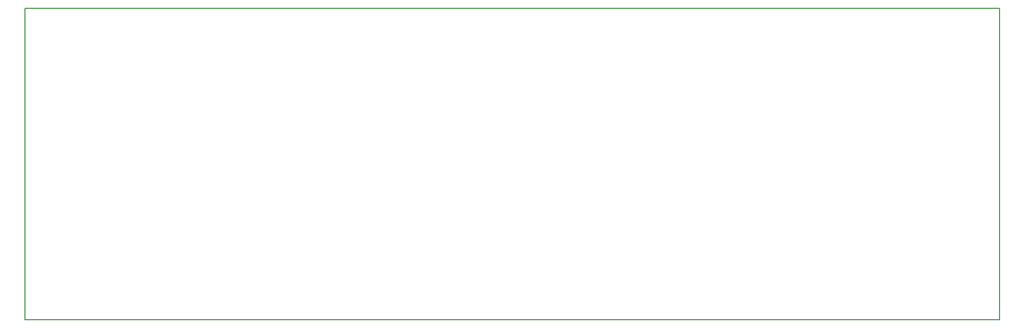
<source format=gbr>
G04 start of page 7 for group 13 layer_idx 6 *
G04 Title: (unknown), global outline *
G04 Creator: pcb-rnd 1.2.7 *
G04 CreationDate: 2018-01-15 01:01:03 UTC *
G04 For: newell *
G04 Format: Gerber/RS-274X *
G04 PCB-Dimensions: 625000 200000 *
G04 PCB-Coordinate-Origin: lower left *
%MOIN*%
%FSLAX25Y25*%
%LNOUTLINE*%
%ADD130C,0.0060*%
G54D130*X0Y200000D02*Y0D01*
Y200000D02*X625000D01*
X0Y0D02*X625000D01*
Y200000D02*Y0D01*
M02*

</source>
